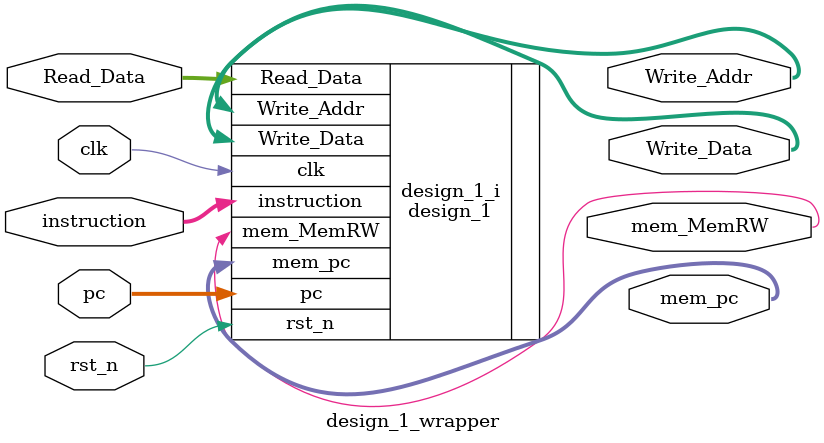
<source format=v>
`timescale 1 ps / 1 ps

module design_1_wrapper
   (Read_Data,
    Write_Addr,
    Write_Data,
    clk,
    instruction,
    mem_MemRW,
    mem_pc,
    pc,
    rst_n);
  input [31:0]Read_Data;
  output [31:0]Write_Addr;
  output [31:0]Write_Data;
  input clk;
  input [31:0]instruction;
  output mem_MemRW;
  output [31:0]mem_pc;
  input [31:0]pc;
  input rst_n;

  wire [31:0]Read_Data;
  wire [31:0]Write_Addr;
  wire [31:0]Write_Data;
  wire clk;
  wire [31:0]instruction;
  wire mem_MemRW;
  wire [31:0]mem_pc;
  wire [31:0]pc;
  wire rst_n;

  design_1 design_1_i
       (.Read_Data(Read_Data),
        .Write_Addr(Write_Addr),
        .Write_Data(Write_Data),
        .clk(clk),
        .instruction(instruction),
        .mem_MemRW(mem_MemRW),
        .mem_pc(mem_pc),
        .pc(pc),
        .rst_n(rst_n));
endmodule

</source>
